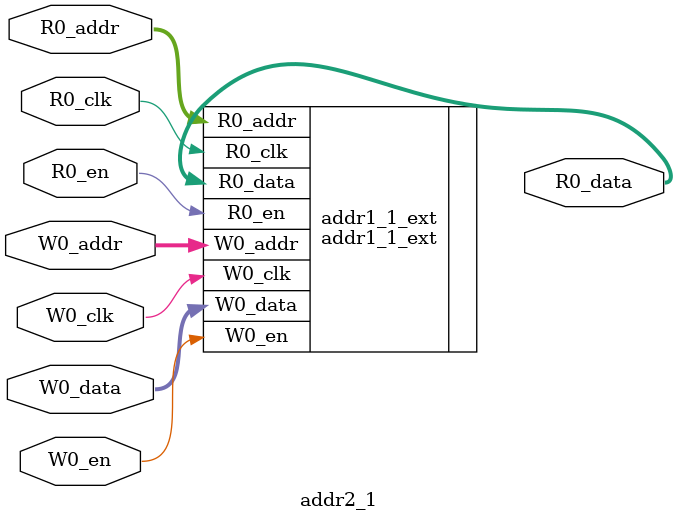
<source format=sv>
`ifndef RANDOMIZE
  `ifdef RANDOMIZE_MEM_INIT
    `define RANDOMIZE
  `endif // RANDOMIZE_MEM_INIT
`endif // not def RANDOMIZE
`ifndef RANDOMIZE
  `ifdef RANDOMIZE_REG_INIT
    `define RANDOMIZE
  `endif // RANDOMIZE_REG_INIT
`endif // not def RANDOMIZE

`ifndef RANDOM
  `define RANDOM $random
`endif // not def RANDOM

// Users can define INIT_RANDOM as general code that gets injected into the
// initializer block for modules with registers.
`ifndef INIT_RANDOM
  `define INIT_RANDOM
`endif // not def INIT_RANDOM

// If using random initialization, you can also define RANDOMIZE_DELAY to
// customize the delay used, otherwise 0.002 is used.
`ifndef RANDOMIZE_DELAY
  `define RANDOMIZE_DELAY 0.002
`endif // not def RANDOMIZE_DELAY

// Define INIT_RANDOM_PROLOG_ for use in our modules below.
`ifndef INIT_RANDOM_PROLOG_
  `ifdef RANDOMIZE
    `ifdef VERILATOR
      `define INIT_RANDOM_PROLOG_ `INIT_RANDOM
    `else  // VERILATOR
      `define INIT_RANDOM_PROLOG_ `INIT_RANDOM #`RANDOMIZE_DELAY begin end
    `endif // VERILATOR
  `else  // RANDOMIZE
    `define INIT_RANDOM_PROLOG_
  `endif // RANDOMIZE
`endif // not def INIT_RANDOM_PROLOG_

// Include register initializers in init blocks unless synthesis is set
`ifndef SYNTHESIS
  `ifndef ENABLE_INITIAL_REG_
    `define ENABLE_INITIAL_REG_
  `endif // not def ENABLE_INITIAL_REG_
`endif // not def SYNTHESIS

// Include rmemory initializers in init blocks unless synthesis is set
`ifndef SYNTHESIS
  `ifndef ENABLE_INITIAL_MEM_
    `define ENABLE_INITIAL_MEM_
  `endif // not def ENABLE_INITIAL_MEM_
`endif // not def SYNTHESIS

// Standard header to adapt well known macros for prints and assertions.

// Users can define 'PRINTF_COND' to add an extra gate to prints.
`ifndef PRINTF_COND_
  `ifdef PRINTF_COND
    `define PRINTF_COND_ (`PRINTF_COND)
  `else  // PRINTF_COND
    `define PRINTF_COND_ 1
  `endif // PRINTF_COND
`endif // not def PRINTF_COND_

// Users can define 'ASSERT_VERBOSE_COND' to add an extra gate to assert error printing.
`ifndef ASSERT_VERBOSE_COND_
  `ifdef ASSERT_VERBOSE_COND
    `define ASSERT_VERBOSE_COND_ (`ASSERT_VERBOSE_COND)
  `else  // ASSERT_VERBOSE_COND
    `define ASSERT_VERBOSE_COND_ 1
  `endif // ASSERT_VERBOSE_COND
`endif // not def ASSERT_VERBOSE_COND_

// Users can define 'STOP_COND' to add an extra gate to stop conditions.
`ifndef STOP_COND_
  `ifdef STOP_COND
    `define STOP_COND_ (`STOP_COND)
  `else  // STOP_COND
    `define STOP_COND_ 1
  `endif // STOP_COND
`endif // not def STOP_COND_

module addr2_1(	// ventus/src/cta/resource_table.scala:586:26
  input  [2:0] R0_addr,
  input        R0_en,
               R0_clk,
  output [9:0] R0_data,
  input  [2:0] W0_addr,
  input        W0_en,
               W0_clk,
  input  [9:0] W0_data
);

  addr1_1_ext addr1_1_ext (	// ventus/src/cta/resource_table.scala:586:26
    .R0_addr (R0_addr),
    .R0_en   (R0_en),
    .R0_clk  (R0_clk),
    .R0_data (R0_data),
    .W0_addr (W0_addr),
    .W0_en   (W0_en),
    .W0_clk  (W0_clk),
    .W0_data (W0_data)
  );
endmodule


</source>
